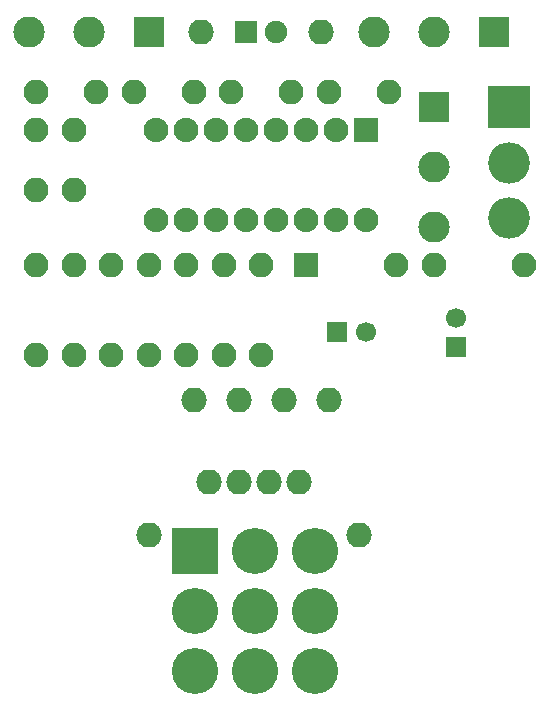
<source format=gbr>
G04 #@! TF.GenerationSoftware,KiCad,Pcbnew,(5.1.6-0-10_14)*
G04 #@! TF.CreationDate,2020-08-10T19:17:23+02:00*
G04 #@! TF.ProjectId,red-lama,7265642d-6c61-46d6-912e-6b696361645f,rev?*
G04 #@! TF.SameCoordinates,Original*
G04 #@! TF.FileFunction,Soldermask,Top*
G04 #@! TF.FilePolarity,Negative*
%FSLAX46Y46*%
G04 Gerber Fmt 4.6, Leading zero omitted, Abs format (unit mm)*
G04 Created by KiCad (PCBNEW (5.1.6-0-10_14)) date 2020-08-10 19:17:23*
%MOMM*%
%LPD*%
G01*
G04 APERTURE LIST*
%ADD10O,2.081200X2.081200*%
%ADD11R,2.081200X2.081200*%
%ADD12O,3.516000X3.516000*%
%ADD13R,3.516000X3.516000*%
%ADD14R,3.916000X3.916000*%
%ADD15O,3.916000X3.916000*%
%ADD16O,2.640000X2.640000*%
%ADD17R,2.640000X2.640000*%
%ADD18O,2.100000X2.100000*%
%ADD19O,2.132000X2.132000*%
%ADD20R,2.100000X2.100000*%
%ADD21C,1.900000*%
%ADD22R,1.900000X1.900000*%
%ADD23C,1.700000*%
%ADD24R,1.700000X1.700000*%
G04 APERTURE END LIST*
D10*
X212725000Y-108585000D03*
X210185000Y-108585000D03*
X207645000Y-108585000D03*
X205105000Y-108585000D03*
X202565000Y-108585000D03*
X200025000Y-108585000D03*
X197485000Y-108585000D03*
X194945000Y-108585000D03*
X194945000Y-100965000D03*
X197485000Y-100965000D03*
X200025000Y-100965000D03*
X202565000Y-100965000D03*
X205105000Y-100965000D03*
X207645000Y-100965000D03*
X210185000Y-100965000D03*
D11*
X212725000Y-100965000D03*
D12*
X224790000Y-108458000D03*
X224790000Y-103759000D03*
D13*
X224790000Y-99060000D03*
D14*
X198206201Y-136620000D03*
D15*
X198206201Y-141700000D03*
X198206201Y-146780000D03*
X203286201Y-136620000D03*
X203286201Y-141700000D03*
X203286201Y-146780000D03*
X208366201Y-136620000D03*
X208366201Y-141700000D03*
X208366201Y-146780000D03*
D16*
X213360000Y-92710000D03*
X218440000Y-92710000D03*
D17*
X223520000Y-92710000D03*
D16*
X218440000Y-109220000D03*
X218440000Y-104140000D03*
D17*
X218440000Y-99060000D03*
D16*
X184150000Y-92710000D03*
X189230000Y-92710000D03*
D17*
X194310000Y-92710000D03*
D18*
X203835000Y-120015000D03*
X203835000Y-112395000D03*
X226060000Y-112395000D03*
X218440000Y-112395000D03*
X200660000Y-120015000D03*
X200660000Y-112395000D03*
X194310000Y-120015000D03*
X194310000Y-112395000D03*
X184785000Y-120015000D03*
X184785000Y-112395000D03*
X187960000Y-120015000D03*
X187960000Y-112395000D03*
X191135000Y-112395000D03*
X191135000Y-120015000D03*
X197485000Y-112395000D03*
X197485000Y-120015000D03*
D19*
X207010000Y-130810000D03*
X201930000Y-130810000D03*
X194310000Y-135255000D03*
X204470000Y-130810000D03*
X212090000Y-135255000D03*
X199390000Y-130810000D03*
X205740000Y-123825000D03*
X198755000Y-92710000D03*
X201930000Y-123825000D03*
X209550000Y-123825000D03*
X198120000Y-123825000D03*
X208915000Y-92710000D03*
D20*
X207645000Y-112395000D03*
D18*
X215265000Y-112395000D03*
D21*
X205105000Y-92710000D03*
D22*
X202565000Y-92710000D03*
D18*
X214630000Y-97790000D03*
X209550000Y-97790000D03*
D23*
X220345000Y-116880000D03*
D24*
X220345000Y-119380000D03*
D18*
X201295000Y-97790000D03*
X206375000Y-97790000D03*
X193040000Y-97790000D03*
X198120000Y-97790000D03*
X184785000Y-97790000D03*
X189865000Y-97790000D03*
X187960000Y-106045000D03*
X187960000Y-100965000D03*
D23*
X212725000Y-118110000D03*
D24*
X210225000Y-118110000D03*
D18*
X184785000Y-106045000D03*
X184785000Y-100965000D03*
M02*

</source>
